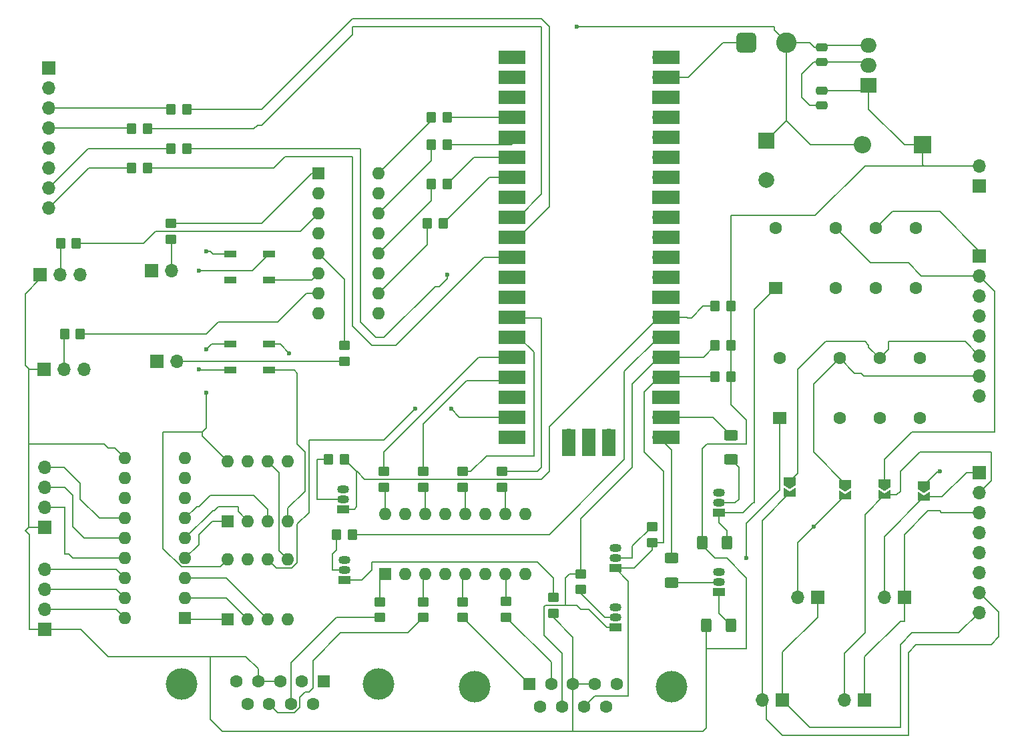
<source format=gbr>
%TF.GenerationSoftware,KiCad,Pcbnew,8.0.2*%
%TF.CreationDate,2024-05-06T20:09:05+02:00*%
%TF.ProjectId,sNs-Block,734e732d-426c-46f6-936b-2e6b69636164,rev?*%
%TF.SameCoordinates,Original*%
%TF.FileFunction,Copper,L1,Top*%
%TF.FilePolarity,Positive*%
%FSLAX46Y46*%
G04 Gerber Fmt 4.6, Leading zero omitted, Abs format (unit mm)*
G04 Created by KiCad (PCBNEW 8.0.2) date 2024-05-06 20:09:05*
%MOMM*%
%LPD*%
G01*
G04 APERTURE LIST*
G04 Aperture macros list*
%AMRoundRect*
0 Rectangle with rounded corners*
0 $1 Rounding radius*
0 $2 $3 $4 $5 $6 $7 $8 $9 X,Y pos of 4 corners*
0 Add a 4 corners polygon primitive as box body*
4,1,4,$2,$3,$4,$5,$6,$7,$8,$9,$2,$3,0*
0 Add four circle primitives for the rounded corners*
1,1,$1+$1,$2,$3*
1,1,$1+$1,$4,$5*
1,1,$1+$1,$6,$7*
1,1,$1+$1,$8,$9*
0 Add four rect primitives between the rounded corners*
20,1,$1+$1,$2,$3,$4,$5,0*
20,1,$1+$1,$4,$5,$6,$7,0*
20,1,$1+$1,$6,$7,$8,$9,0*
20,1,$1+$1,$8,$9,$2,$3,0*%
%AMFreePoly0*
4,1,6,1.000000,0.000000,0.500000,-0.750000,-0.500000,-0.750000,-0.500000,0.750000,0.500000,0.750000,1.000000,0.000000,1.000000,0.000000,$1*%
%AMFreePoly1*
4,1,6,0.500000,-0.750000,-0.650000,-0.750000,-0.150000,0.000000,-0.650000,0.750000,0.500000,0.750000,0.500000,-0.750000,0.500000,-0.750000,$1*%
G04 Aperture macros list end*
%TA.AperFunction,ComponentPad*%
%ADD10R,2.200000X2.200000*%
%TD*%
%TA.AperFunction,ComponentPad*%
%ADD11O,2.200000X2.200000*%
%TD*%
%TA.AperFunction,ComponentPad*%
%ADD12R,2.000000X2.000000*%
%TD*%
%TA.AperFunction,ComponentPad*%
%ADD13C,2.000000*%
%TD*%
%TA.AperFunction,SMDPad,CuDef*%
%ADD14RoundRect,0.250000X-0.475000X0.250000X-0.475000X-0.250000X0.475000X-0.250000X0.475000X0.250000X0*%
%TD*%
%TA.AperFunction,ComponentPad*%
%ADD15R,1.700000X1.700000*%
%TD*%
%TA.AperFunction,ComponentPad*%
%ADD16O,1.700000X1.700000*%
%TD*%
%TA.AperFunction,ComponentPad*%
%ADD17R,1.500000X1.050000*%
%TD*%
%TA.AperFunction,ComponentPad*%
%ADD18O,1.500000X1.050000*%
%TD*%
%TA.AperFunction,SMDPad,CuDef*%
%ADD19RoundRect,0.250000X0.350000X0.450000X-0.350000X0.450000X-0.350000X-0.450000X0.350000X-0.450000X0*%
%TD*%
%TA.AperFunction,SMDPad,CuDef*%
%ADD20RoundRect,0.250000X-0.400000X-0.625000X0.400000X-0.625000X0.400000X0.625000X-0.400000X0.625000X0*%
%TD*%
%TA.AperFunction,SMDPad,CuDef*%
%ADD21RoundRect,0.250000X0.450000X-0.350000X0.450000X0.350000X-0.450000X0.350000X-0.450000X-0.350000X0*%
%TD*%
%TA.AperFunction,SMDPad,CuDef*%
%ADD22FreePoly0,270.000000*%
%TD*%
%TA.AperFunction,SMDPad,CuDef*%
%ADD23FreePoly1,270.000000*%
%TD*%
%TA.AperFunction,SMDPad,CuDef*%
%ADD24RoundRect,0.250000X-0.350000X-0.450000X0.350000X-0.450000X0.350000X0.450000X-0.350000X0.450000X0*%
%TD*%
%TA.AperFunction,ComponentPad*%
%ADD25R,1.600000X1.600000*%
%TD*%
%TA.AperFunction,ComponentPad*%
%ADD26O,1.600000X1.600000*%
%TD*%
%TA.AperFunction,SMDPad,CuDef*%
%ADD27R,3.500000X1.700000*%
%TD*%
%TA.AperFunction,SMDPad,CuDef*%
%ADD28R,1.700000X3.500000*%
%TD*%
%TA.AperFunction,SMDPad,CuDef*%
%ADD29R,1.500000X0.900000*%
%TD*%
%TA.AperFunction,ComponentPad*%
%ADD30C,1.600000*%
%TD*%
%TA.AperFunction,ComponentPad*%
%ADD31R,1.800000X1.600000*%
%TD*%
%TA.AperFunction,ComponentPad*%
%ADD32C,4.000000*%
%TD*%
%TA.AperFunction,ComponentPad*%
%ADD33RoundRect,0.650000X-0.650000X-0.650000X0.650000X-0.650000X0.650000X0.650000X-0.650000X0.650000X0*%
%TD*%
%TA.AperFunction,ComponentPad*%
%ADD34C,2.600000*%
%TD*%
%TA.AperFunction,SMDPad,CuDef*%
%ADD35RoundRect,0.250000X-0.450000X0.350000X-0.450000X-0.350000X0.450000X-0.350000X0.450000X0.350000X0*%
%TD*%
%TA.AperFunction,SMDPad,CuDef*%
%ADD36RoundRect,0.250000X0.625000X-0.400000X0.625000X0.400000X-0.625000X0.400000X-0.625000X-0.400000X0*%
%TD*%
%TA.AperFunction,ComponentPad*%
%ADD37R,2.000000X1.905000*%
%TD*%
%TA.AperFunction,ComponentPad*%
%ADD38O,2.000000X1.905000*%
%TD*%
%TA.AperFunction,ViaPad*%
%ADD39C,0.600000*%
%TD*%
%TA.AperFunction,Conductor*%
%ADD40C,0.200000*%
%TD*%
G04 APERTURE END LIST*
D10*
%TO.P,D3,1,K*%
%TO.N,+12V*%
X191310000Y-32000000D03*
D11*
%TO.P,D3,2,A*%
%TO.N,+5V*%
X183690000Y-32000000D03*
%TD*%
D12*
%TO.P,C3,1*%
%TO.N,+5V*%
X171500000Y-31500000D03*
D13*
%TO.P,C3,2*%
%TO.N,GND*%
X171500000Y-36500000D03*
%TD*%
D14*
%TO.P,C2,1*%
%TO.N,+5V*%
X178500000Y-19600000D03*
%TO.P,C2,2*%
%TO.N,GND*%
X178500000Y-21500000D03*
%TD*%
%TO.P,C1,1*%
%TO.N,+12V*%
X178500000Y-25100000D03*
%TO.P,C1,2*%
%TO.N,GND*%
X178500000Y-27000000D03*
%TD*%
D15*
%TO.P,J17,1,Pin_1*%
%TO.N,Net-(J16-Pin_1)*%
X173540000Y-102500000D03*
D16*
%TO.P,J17,2,Pin_2*%
%TO.N,Net-(J17-Pin_2)*%
X171000000Y-102500000D03*
%TD*%
D17*
%TO.P,Q2,1,C*%
%TO.N,Net-(Q2-C)*%
X165500000Y-88770000D03*
D18*
%TO.P,Q2,2,B*%
%TO.N,Net-(Q2-B)*%
X165500000Y-87500000D03*
%TO.P,Q2,3,E*%
%TO.N,GND*%
X165500000Y-86230000D03*
%TD*%
D19*
%TO.P,R24,1*%
%TO.N,+12V*%
X167000000Y-52500000D03*
%TO.P,R24,2*%
%TO.N,FF Nord Tx*%
X165000000Y-52500000D03*
%TD*%
D20*
%TO.P,R26,1*%
%TO.N,+12V*%
X163400000Y-82500000D03*
%TO.P,R26,2*%
%TO.N,Net-(Q1-C)*%
X166500000Y-82500000D03*
%TD*%
D19*
%TO.P,R20,1*%
%TO.N,+12V*%
X167000000Y-57500000D03*
%TO.P,R20,2*%
%TO.N,FF S\u00FCd Tx*%
X165000000Y-57500000D03*
%TD*%
D15*
%TO.P,J9,1,Pin_1*%
%TO.N,+12V*%
X79420000Y-48500000D03*
D16*
%TO.P,J9,2,Pin_2*%
%TO.N,Net-(J9-Pin_2)*%
X81960000Y-48500000D03*
%TO.P,J9,3,Pin_3*%
%TO.N,GND*%
X84500000Y-48500000D03*
%TD*%
D21*
%TO.P,R10,1*%
%TO.N,Net-(J1-Pad8)*%
X128000000Y-92050000D03*
%TO.P,R10,2*%
%TO.N,Net-(R10-Pad2)*%
X128000000Y-90050000D03*
%TD*%
D22*
%TO.P,JP4,1,A*%
%TO.N,Net-(J6-Pin_7)*%
X181500000Y-75050000D03*
D23*
%TO.P,JP4,2,B*%
%TO.N,Net-(J16-Pin_2)*%
X181500000Y-76500000D03*
%TD*%
D15*
%TO.P,J8,1,Pin_1*%
%TO.N,GND*%
X93500000Y-48000000D03*
D16*
%TO.P,J8,2,Pin_2*%
%TO.N,Net-(J8-Pin_2)*%
X96040000Y-48000000D03*
%TD*%
D21*
%TO.P,R9,1*%
%TO.N,Net-(J1-Pad7)*%
X122500000Y-92050000D03*
%TO.P,R9,2*%
%TO.N,Net-(R9-Pad2)*%
X122500000Y-90050000D03*
%TD*%
%TO.P,R14,1*%
%TO.N,Net-(R14-Pad1)*%
X128000000Y-75500000D03*
%TO.P,R14,2*%
%TO.N,FM_S\u00FCd_Rx*%
X128000000Y-73500000D03*
%TD*%
D24*
%TO.P,R5,1*%
%TO.N,Net-(R5-Pad1)*%
X129000000Y-28500000D03*
%TO.P,R5,2*%
%TO.N,/Reed Nord*%
X131000000Y-28500000D03*
%TD*%
D19*
%TO.P,R29,1*%
%TO.N,/S Nord*%
X98000000Y-27500000D03*
%TO.P,R29,2*%
%TO.N,Net-(J3-Pin_3)*%
X96000000Y-27500000D03*
%TD*%
D24*
%TO.P,R8,1*%
%TO.N,Net-(R8-Pad1)*%
X128500000Y-42000000D03*
%TO.P,R8,2*%
%TO.N,/RLT S\u00FCd*%
X130500000Y-42000000D03*
%TD*%
D19*
%TO.P,R32,1*%
%TO.N,/T S\u00FCd*%
X93000000Y-35000000D03*
%TO.P,R32,2*%
%TO.N,Net-(J3-Pin_8)*%
X91000000Y-35000000D03*
%TD*%
D25*
%TO.P,U1,1*%
%TO.N,Net-(R1-Pad2)*%
X114700000Y-35625000D03*
D26*
%TO.P,U1,2*%
%TO.N,GND*%
X114700000Y-38165000D03*
%TO.P,U1,3*%
%TO.N,Net-(R2-Pad2)*%
X114700000Y-40705000D03*
%TO.P,U1,4*%
%TO.N,GND*%
X114700000Y-43245000D03*
%TO.P,U1,5*%
%TO.N,Net-(R3-Pad2)*%
X114700000Y-45785000D03*
%TO.P,U1,6*%
%TO.N,GND*%
X114700000Y-48325000D03*
%TO.P,U1,7*%
%TO.N,Net-(R4-Pad2)*%
X114700000Y-50865000D03*
%TO.P,U1,8*%
%TO.N,GND*%
X114700000Y-53405000D03*
%TO.P,U1,9*%
X122320000Y-53405000D03*
%TO.P,U1,10*%
%TO.N,Net-(R8-Pad1)*%
X122320000Y-50865000D03*
%TO.P,U1,11*%
%TO.N,GND*%
X122320000Y-48325000D03*
%TO.P,U1,12*%
%TO.N,Net-(R7-Pad1)*%
X122320000Y-45785000D03*
%TO.P,U1,13*%
%TO.N,GND*%
X122320000Y-43245000D03*
%TO.P,U1,14*%
%TO.N,Net-(R6-Pad1)*%
X122320000Y-40705000D03*
%TO.P,U1,15*%
%TO.N,GND*%
X122320000Y-38165000D03*
%TO.P,U1,16*%
%TO.N,Net-(R5-Pad1)*%
X122320000Y-35625000D03*
%TD*%
D17*
%TO.P,Q7,1,C*%
%TO.N,FM S\u00FCd Tx*%
X152360000Y-85770000D03*
D18*
%TO.P,Q7,2,B*%
%TO.N,Net-(Q7-B)*%
X152360000Y-84500000D03*
%TO.P,Q7,3,E*%
%TO.N,GND*%
X152360000Y-83230000D03*
%TD*%
D21*
%TO.P,R11,1*%
%TO.N,Net-(J2-Pad1)*%
X133000000Y-92050000D03*
%TO.P,R11,2*%
%TO.N,Net-(R11-Pad2)*%
X133000000Y-90050000D03*
%TD*%
D15*
%TO.P,J13,1,Pin_1*%
%TO.N,+12V*%
X80000000Y-80580000D03*
D16*
%TO.P,J13,2,Pin_2*%
%TO.N,Net-(J13-Pin_2)*%
X80000000Y-78040000D03*
%TO.P,J13,3,Pin_3*%
%TO.N,Net-(J13-Pin_3)*%
X80000000Y-75500000D03*
%TO.P,J13,4,Pin_4*%
%TO.N,Net-(J13-Pin_4)*%
X80000000Y-72960000D03*
%TD*%
D25*
%TO.P,U5,1,OUTR*%
%TO.N,Net-(U5-OUTR)*%
X103200000Y-79800000D03*
D26*
%TO.P,U5,2,OUTG*%
%TO.N,Net-(U5-OUTG)*%
X105740000Y-79800000D03*
%TO.P,U5,3,OUTB*%
%TO.N,Net-(U5-OUTB)*%
X108280000Y-79800000D03*
%TO.P,U5,4,GND*%
%TO.N,GND*%
X110820000Y-79800000D03*
%TO.P,U5,5,DO*%
%TO.N,Net-(D2-DIN)*%
X110820000Y-72180000D03*
%TO.P,U5,6,DIN*%
%TO.N,Net-(U4-DO)*%
X108280000Y-72180000D03*
%TO.P,U5,7,SET*%
%TO.N,unconnected-(U5-SET-Pad7)*%
X105740000Y-72180000D03*
%TO.P,U5,8,VDD*%
%TO.N,+5V*%
X103200000Y-72180000D03*
%TD*%
D17*
%TO.P,Q1,1,C*%
%TO.N,Net-(Q1-C)*%
X165500000Y-78770000D03*
D18*
%TO.P,Q1,2,B*%
%TO.N,Net-(Q1-B)*%
X165500000Y-77500000D03*
%TO.P,Q1,3,E*%
%TO.N,GND*%
X165500000Y-76230000D03*
%TD*%
D25*
%TO.P,U4,1,OUTR*%
%TO.N,Net-(U4-OUTR)*%
X103200000Y-92300000D03*
D26*
%TO.P,U4,2,OUTG*%
%TO.N,Net-(U4-OUTG)*%
X105740000Y-92300000D03*
%TO.P,U4,3,OUTB*%
%TO.N,Net-(U4-OUTB)*%
X108280000Y-92300000D03*
%TO.P,U4,4,GND*%
%TO.N,GND*%
X110820000Y-92300000D03*
%TO.P,U4,5,DO*%
%TO.N,Net-(U4-DO)*%
X110820000Y-84680000D03*
%TO.P,U4,6,DIN*%
%TO.N,/LED-Pin*%
X108280000Y-84680000D03*
%TO.P,U4,7,SET*%
%TO.N,unconnected-(U4-SET-Pad7)*%
X105740000Y-84680000D03*
%TO.P,U4,8,VDD*%
%TO.N,+5V*%
X103200000Y-84680000D03*
%TD*%
D22*
%TO.P,JP1,1,A*%
%TO.N,Net-(J6-Pin_1)*%
X191500000Y-75275000D03*
D23*
%TO.P,JP1,2,B*%
%TO.N,Net-(J15-Pin_2)*%
X191500000Y-76725000D03*
%TD*%
D24*
%TO.P,R4,1*%
%TO.N,Net-(J11-Pin_2)*%
X82500000Y-56000000D03*
%TO.P,R4,2*%
%TO.N,Net-(R4-Pad2)*%
X84500000Y-56000000D03*
%TD*%
D17*
%TO.P,Q5,1,C*%
%TO.N,/Block Kommunikation/FM Nord Tx*%
X118000000Y-87270000D03*
D18*
%TO.P,Q5,2,B*%
%TO.N,Net-(Q5-B)*%
X118000000Y-86000000D03*
%TO.P,Q5,3,E*%
%TO.N,GND*%
X118000000Y-84730000D03*
%TD*%
D15*
%TO.P,J14,1,Pin_1*%
%TO.N,Net-(J14-Pin_1)*%
X183960000Y-102500000D03*
D16*
%TO.P,J14,2,Pin_2*%
%TO.N,Net-(J14-Pin_2)*%
X181420000Y-102500000D03*
%TD*%
D24*
%TO.P,R7,1*%
%TO.N,Net-(R7-Pad1)*%
X129000000Y-37000000D03*
%TO.P,R7,2*%
%TO.N,/Reed S\u00FCd*%
X131000000Y-37000000D03*
%TD*%
D15*
%TO.P,J6,1,Pin_1*%
%TO.N,Net-(J6-Pin_1)*%
X198525000Y-46125000D03*
D16*
%TO.P,J6,2,Pin_2*%
%TO.N,Net-(J6-Pin_2)*%
X198525000Y-48665000D03*
%TO.P,J6,3,Pin_3*%
%TO.N,unconnected-(J6-Pin_3-Pad3)*%
X198525000Y-51205000D03*
%TO.P,J6,4,Pin_4*%
%TO.N,unconnected-(J6-Pin_4-Pad4)*%
X198525000Y-53745000D03*
%TO.P,J6,5,Pin_5*%
%TO.N,unconnected-(J6-Pin_5-Pad5)*%
X198525000Y-56285000D03*
%TO.P,J6,6,Pin_6*%
%TO.N,Net-(J6-Pin_6)*%
X198525000Y-58825000D03*
%TO.P,J6,7,Pin_7*%
%TO.N,Net-(J6-Pin_7)*%
X198525000Y-61365000D03*
%TO.P,J6,8,Pin_8*%
%TO.N,unconnected-(J6-Pin_8-Pad8)*%
X198525000Y-63905000D03*
%TD*%
D19*
%TO.P,R31,1*%
%TO.N,/S S\u00FCd*%
X98000000Y-32500000D03*
%TO.P,R31,2*%
%TO.N,Net-(J3-Pin_7)*%
X96000000Y-32500000D03*
%TD*%
D15*
%TO.P,J7,1,Pin_1*%
%TO.N,Net-(J15-Pin_2)*%
X198525000Y-73625000D03*
D16*
%TO.P,J7,2,Pin_2*%
%TO.N,Net-(J14-Pin_2)*%
X198525000Y-76165000D03*
%TO.P,J7,3,Pin_3*%
%TO.N,Net-(J14-Pin_1)*%
X198525000Y-78705000D03*
%TO.P,J7,4,Pin_4*%
%TO.N,unconnected-(J7-Pin_4-Pad4)*%
X198525000Y-81245000D03*
%TO.P,J7,5,Pin_5*%
%TO.N,unconnected-(J7-Pin_5-Pad5)*%
X198525000Y-83785000D03*
%TO.P,J7,6,Pin_6*%
%TO.N,Net-(J16-Pin_2)*%
X198525000Y-86325000D03*
%TO.P,J7,7,Pin_7*%
%TO.N,Net-(J17-Pin_2)*%
X198525000Y-88865000D03*
%TO.P,J7,8,Pin_8*%
%TO.N,Net-(J16-Pin_1)*%
X198525000Y-91405000D03*
%TD*%
%TO.P,U2,1,GPIO0*%
%TO.N,unconnected-(U2-GPIO0-Pad1)*%
X140110000Y-20870000D03*
D27*
X139210000Y-20870000D03*
D16*
%TO.P,U2,2,GPIO1*%
%TO.N,unconnected-(U2-GPIO1-Pad2)*%
X140110000Y-23410000D03*
D27*
X139210000Y-23410000D03*
D15*
%TO.P,U2,3,GND*%
%TO.N,GND*%
X140110000Y-25950000D03*
D27*
X139210000Y-25950000D03*
D16*
%TO.P,U2,4,GPIO2*%
%TO.N,/Reed Nord*%
X140110000Y-28490000D03*
D27*
X139210000Y-28490000D03*
D16*
%TO.P,U2,5,GPIO3*%
%TO.N,/RLT Nord*%
X140110000Y-31030000D03*
D27*
X139210000Y-31030000D03*
D16*
%TO.P,U2,6,GPIO4*%
%TO.N,/Reed S\u00FCd*%
X140110000Y-33570000D03*
D27*
X139210000Y-33570000D03*
D16*
%TO.P,U2,7,GPIO5*%
%TO.N,/RLT S\u00FCd*%
X140110000Y-36110000D03*
D27*
X139210000Y-36110000D03*
D15*
%TO.P,U2,8,GND*%
%TO.N,GND*%
X140110000Y-38650000D03*
D27*
X139210000Y-38650000D03*
D16*
%TO.P,U2,9,GPIO6*%
%TO.N,/T Nord*%
X140110000Y-41190000D03*
D27*
X139210000Y-41190000D03*
D16*
%TO.P,U2,10,GPIO7*%
%TO.N,/S Nord*%
X140110000Y-43730000D03*
D27*
X139210000Y-43730000D03*
D16*
%TO.P,U2,11,GPIO8*%
%TO.N,/T S\u00FCd*%
X140110000Y-46270000D03*
D27*
X139210000Y-46270000D03*
D16*
%TO.P,U2,12,GPIO9*%
%TO.N,/S S\u00FCd*%
X140110000Y-48810000D03*
D27*
X139210000Y-48810000D03*
D15*
%TO.P,U2,13,GND*%
%TO.N,GND*%
X140110000Y-51350000D03*
D27*
X139210000Y-51350000D03*
D16*
%TO.P,U2,14,GPIO10*%
%TO.N,FF Nord Rx*%
X140110000Y-53890000D03*
D27*
X139210000Y-53890000D03*
D16*
%TO.P,U2,15,GPIO11*%
%TO.N,FM_Nord_Rx*%
X140110000Y-56430000D03*
D27*
X139210000Y-56430000D03*
D16*
%TO.P,U2,16,GPIO12*%
%TO.N,FF_S\u00FCd_Rx*%
X140110000Y-58970000D03*
D27*
X139210000Y-58970000D03*
D16*
%TO.P,U2,17,GPIO13*%
%TO.N,FM_S\u00FCd_Rx*%
X140110000Y-61510000D03*
D27*
X139210000Y-61510000D03*
D15*
%TO.P,U2,18,GND*%
%TO.N,GND*%
X140110000Y-64050000D03*
D27*
X139210000Y-64050000D03*
D16*
%TO.P,U2,19,GPIO14*%
%TO.N,/LED-Pin*%
X140110000Y-66590000D03*
D27*
X139210000Y-66590000D03*
D16*
%TO.P,U2,20,GPIO15*%
%TO.N,unconnected-(U2-GPIO15-Pad20)*%
X140110000Y-69130000D03*
D27*
X139210000Y-69130000D03*
D16*
%TO.P,U2,21,GPIO16*%
%TO.N,Fahrstrom S\u00FCd*%
X157890000Y-69130000D03*
D27*
X158790000Y-69130000D03*
D16*
%TO.P,U2,22,GPIO17*%
%TO.N,Fahrstrom Nord*%
X157890000Y-66590000D03*
D27*
X158790000Y-66590000D03*
D15*
%TO.P,U2,23,GND*%
%TO.N,GND*%
X157890000Y-64050000D03*
D27*
X158790000Y-64050000D03*
D16*
%TO.P,U2,24,GPIO18*%
%TO.N,FM S\u00FCd Tx*%
X157890000Y-61510000D03*
D27*
X158790000Y-61510000D03*
D16*
%TO.P,U2,25,GPIO19*%
%TO.N,FF S\u00FCd Tx*%
X157890000Y-58970000D03*
D27*
X158790000Y-58970000D03*
D16*
%TO.P,U2,26,GPIO20*%
%TO.N,FM Nord TX*%
X157890000Y-56430000D03*
D27*
X158790000Y-56430000D03*
D16*
%TO.P,U2,27,GPIO21*%
%TO.N,FF Nord Tx*%
X157890000Y-53890000D03*
D27*
X158790000Y-53890000D03*
D15*
%TO.P,U2,28,GND*%
%TO.N,GND*%
X157890000Y-51350000D03*
D27*
X158790000Y-51350000D03*
D16*
%TO.P,U2,29,GPIO22*%
%TO.N,unconnected-(U2-GPIO22-Pad29)*%
X157890000Y-48810000D03*
D27*
X158790000Y-48810000D03*
D16*
%TO.P,U2,30,RUN*%
%TO.N,unconnected-(U2-RUN-Pad30)*%
X157890000Y-46270000D03*
D27*
X158790000Y-46270000D03*
D16*
%TO.P,U2,31,GPIO26_ADC0*%
%TO.N,unconnected-(U2-GPIO26_ADC0-Pad31)*%
X157890000Y-43730000D03*
D27*
X158790000Y-43730000D03*
D16*
%TO.P,U2,32,GPIO27_ADC1*%
%TO.N,unconnected-(U2-GPIO27_ADC1-Pad32)*%
X157890000Y-41190000D03*
D27*
X158790000Y-41190000D03*
D15*
%TO.P,U2,33,AGND*%
%TO.N,GND*%
X157890000Y-38650000D03*
D27*
X158790000Y-38650000D03*
D16*
%TO.P,U2,34,GPIO28_ADC2*%
%TO.N,unconnected-(U2-GPIO28_ADC2-Pad34)*%
X157890000Y-36110000D03*
D27*
X158790000Y-36110000D03*
D16*
%TO.P,U2,35,ADC_VREF*%
%TO.N,unconnected-(U2-ADC_VREF-Pad35)*%
X157890000Y-33570000D03*
D27*
X158790000Y-33570000D03*
D16*
%TO.P,U2,36,3V3*%
%TO.N,unconnected-(U2-3V3-Pad36)*%
X157890000Y-31030000D03*
D27*
X158790000Y-31030000D03*
D16*
%TO.P,U2,37,3V3_EN*%
%TO.N,unconnected-(U2-3V3_EN-Pad37)*%
X157890000Y-28490000D03*
D27*
X158790000Y-28490000D03*
D15*
%TO.P,U2,38,GND*%
%TO.N,GND*%
X157890000Y-25950000D03*
D27*
X158790000Y-25950000D03*
D16*
%TO.P,U2,39,VSYS*%
%TO.N,Net-(JP5-A)*%
X157890000Y-23410000D03*
D27*
X158790000Y-23410000D03*
D16*
%TO.P,U2,40,VBUS*%
%TO.N,unconnected-(U2-VBUS-Pad40)*%
X157890000Y-20870000D03*
D27*
X158790000Y-20870000D03*
D16*
%TO.P,U2,41,SWCLK*%
%TO.N,unconnected-(U2-SWCLK-Pad41)*%
X146460000Y-68900000D03*
D28*
X146460000Y-69800000D03*
D15*
%TO.P,U2,42,GND*%
%TO.N,unconnected-(U2-GND-Pad42)*%
X149000000Y-68900000D03*
D28*
X149000000Y-69800000D03*
D16*
%TO.P,U2,43,SWDIO*%
%TO.N,unconnected-(U2-SWDIO-Pad43)*%
X151540000Y-68900000D03*
D28*
X151540000Y-69800000D03*
%TD*%
D25*
%TO.P,U3,1*%
%TO.N,Net-(R9-Pad2)*%
X123125000Y-86500000D03*
D26*
%TO.P,U3,2*%
%TO.N,GND*%
X125665000Y-86500000D03*
%TO.P,U3,3*%
%TO.N,Net-(R10-Pad2)*%
X128205000Y-86500000D03*
%TO.P,U3,4*%
%TO.N,GND*%
X130745000Y-86500000D03*
%TO.P,U3,5*%
%TO.N,Net-(R11-Pad2)*%
X133285000Y-86500000D03*
%TO.P,U3,6*%
%TO.N,GND*%
X135825000Y-86500000D03*
%TO.P,U3,7*%
%TO.N,Net-(R12-Pad2)*%
X138365000Y-86500000D03*
%TO.P,U3,8*%
%TO.N,GND*%
X140905000Y-86500000D03*
%TO.P,U3,9*%
X140905000Y-78880000D03*
%TO.P,U3,10*%
%TO.N,Net-(R16-Pad1)*%
X138365000Y-78880000D03*
%TO.P,U3,11*%
%TO.N,GND*%
X135825000Y-78880000D03*
%TO.P,U3,12*%
%TO.N,Net-(R15-Pad1)*%
X133285000Y-78880000D03*
%TO.P,U3,13*%
%TO.N,GND*%
X130745000Y-78880000D03*
%TO.P,U3,14*%
%TO.N,Net-(R14-Pad1)*%
X128205000Y-78880000D03*
%TO.P,U3,15*%
%TO.N,GND*%
X125665000Y-78880000D03*
%TO.P,U3,16*%
%TO.N,Net-(R13-Pad1)*%
X123125000Y-78880000D03*
%TD*%
D29*
%TO.P,D1,1,VDD*%
%TO.N,+5V*%
X103550000Y-45850000D03*
%TO.P,D1,2,DOUT*%
%TO.N,unconnected-(D1-DOUT-Pad2)*%
X103550000Y-49150000D03*
%TO.P,D1,3,VSS*%
%TO.N,GND*%
X108450000Y-49150000D03*
%TO.P,D1,4,DIN*%
%TO.N,Net-(D1-DIN)*%
X108450000Y-45850000D03*
%TD*%
D21*
%TO.P,R19,1*%
%TO.N,Net-(Q6-B)*%
X148000000Y-88500000D03*
%TO.P,R19,2*%
%TO.N,FF S\u00FCd Tx*%
X148000000Y-86500000D03*
%TD*%
D15*
%TO.P,J12,1,Pin_1*%
%TO.N,+12V*%
X80000000Y-93540000D03*
D16*
%TO.P,J12,2,Pin_2*%
%TO.N,Net-(J12-Pin_2)*%
X80000000Y-91000000D03*
%TO.P,J12,3,Pin_3*%
%TO.N,Net-(J12-Pin_3)*%
X80000000Y-88460000D03*
%TO.P,J12,4,Pin_4*%
%TO.N,Net-(J12-Pin_4)*%
X80000000Y-85920000D03*
%TD*%
D30*
%TO.P,K2,11*%
%TO.N,unconnected-(K2-Pad11)*%
X180802500Y-66737500D03*
%TO.P,K2,12*%
%TO.N,unconnected-(K2-Pad12)*%
X185882500Y-66737500D03*
%TO.P,K2,14*%
%TO.N,unconnected-(K2-Pad14)*%
X190962500Y-66737500D03*
%TO.P,K2,21*%
%TO.N,Net-(J6-Pin_7)*%
X180802500Y-59117500D03*
%TO.P,K2,22*%
%TO.N,Net-(J6-Pin_6)*%
X185882500Y-59117500D03*
%TO.P,K2,24*%
%TO.N,unconnected-(K2-Pad24)*%
X190962500Y-59117500D03*
D31*
%TO.P,K2,A1*%
%TO.N,Net-(Q2-C)*%
X173182500Y-66737500D03*
D30*
%TO.P,K2,A2*%
%TO.N,GND*%
X173182500Y-59117500D03*
%TD*%
D32*
%TO.P,J1,0,PAD*%
%TO.N,unconnected-(J1-PAD-Pad0)*%
X97345000Y-100460000D03*
X122345000Y-100460000D03*
D25*
%TO.P,J1,1,1*%
%TO.N,/Block Kommunikation/FM Nord Tx*%
X115385000Y-100160000D03*
D30*
%TO.P,J1,2,2*%
%TO.N,FF Nord Tx*%
X112615000Y-100160000D03*
%TO.P,J1,3,3*%
%TO.N,+12V*%
X109845000Y-100160000D03*
%TO.P,J1,4,4*%
X107075000Y-100160000D03*
%TO.P,J1,5,5*%
%TO.N,GND*%
X104305000Y-100160000D03*
%TO.P,J1,6,6*%
X114000000Y-103000000D03*
%TO.P,J1,7,7*%
%TO.N,Net-(J1-Pad7)*%
X111230000Y-103000000D03*
%TO.P,J1,8,8*%
%TO.N,Net-(J1-Pad8)*%
X108460000Y-103000000D03*
%TO.P,J1,9,9*%
%TO.N,unconnected-(J1-Pad9)*%
X105690000Y-103000000D03*
%TD*%
D29*
%TO.P,D2,1,VDD*%
%TO.N,+5V*%
X103550000Y-57350000D03*
%TO.P,D2,2,DOUT*%
%TO.N,Net-(D1-DIN)*%
X103550000Y-60650000D03*
%TO.P,D2,3,VSS*%
%TO.N,GND*%
X108450000Y-60650000D03*
%TO.P,D2,4,DIN*%
%TO.N,Net-(D2-DIN)*%
X108450000Y-57350000D03*
%TD*%
D21*
%TO.P,R3,1*%
%TO.N,Net-(J10-Pin_2)*%
X118000000Y-59500000D03*
%TO.P,R3,2*%
%TO.N,Net-(R3-Pad2)*%
X118000000Y-57500000D03*
%TD*%
%TO.P,R13,1*%
%TO.N,Net-(R13-Pad1)*%
X123000000Y-75500000D03*
%TO.P,R13,2*%
%TO.N,FF_S\u00FCd_Rx*%
X123000000Y-73500000D03*
%TD*%
%TO.P,R18,1*%
%TO.N,+12V*%
X144500000Y-91500000D03*
%TO.P,R18,2*%
%TO.N,/Block Kommunikation/FM Nord Tx*%
X144500000Y-89500000D03*
%TD*%
D17*
%TO.P,Q8,1,C*%
%TO.N,FF Nord Tx*%
X117860000Y-78270000D03*
D18*
%TO.P,Q8,2,B*%
%TO.N,Net-(Q8-B)*%
X117860000Y-77000000D03*
%TO.P,Q8,3,E*%
%TO.N,GND*%
X117860000Y-75730000D03*
%TD*%
D21*
%TO.P,R12,1*%
%TO.N,Net-(J2-Pad2)*%
X138500000Y-92000000D03*
%TO.P,R12,2*%
%TO.N,Net-(R12-Pad2)*%
X138500000Y-90000000D03*
%TD*%
D17*
%TO.P,Q6,1,C*%
%TO.N,FF S\u00FCd Tx*%
X152360000Y-93270000D03*
D18*
%TO.P,Q6,2,B*%
%TO.N,Net-(Q6-B)*%
X152360000Y-92000000D03*
%TO.P,Q6,3,E*%
%TO.N,GND*%
X152360000Y-90730000D03*
%TD*%
D15*
%TO.P,J16,1,Pin_1*%
%TO.N,Net-(J16-Pin_1)*%
X178000000Y-89500000D03*
D16*
%TO.P,J16,2,Pin_2*%
%TO.N,Net-(J16-Pin_2)*%
X175460000Y-89500000D03*
%TD*%
D33*
%TO.P,JP5,1,A*%
%TO.N,Net-(JP5-A)*%
X168960000Y-19000000D03*
D34*
%TO.P,JP5,2,B*%
%TO.N,+5V*%
X174040000Y-19000000D03*
%TD*%
D35*
%TO.P,R21,1*%
%TO.N,Net-(Q7-B)*%
X157000000Y-80500000D03*
%TO.P,R21,2*%
%TO.N,FM S\u00FCd Tx*%
X157000000Y-82500000D03*
%TD*%
D36*
%TO.P,R27,1*%
%TO.N,Net-(Q2-B)*%
X159500000Y-87600000D03*
%TO.P,R27,2*%
%TO.N,Fahrstrom S\u00FCd*%
X159500000Y-84500000D03*
%TD*%
D15*
%TO.P,J11,1,Pin_1*%
%TO.N,+12V*%
X79920000Y-60500000D03*
D16*
%TO.P,J11,2,Pin_2*%
%TO.N,Net-(J11-Pin_2)*%
X82460000Y-60500000D03*
%TO.P,J11,3,Pin_3*%
%TO.N,GND*%
X85000000Y-60500000D03*
%TD*%
D15*
%TO.P,J10,1,Pin_1*%
%TO.N,GND*%
X94225000Y-59500000D03*
D16*
%TO.P,J10,2,Pin_2*%
%TO.N,Net-(J10-Pin_2)*%
X96765000Y-59500000D03*
%TD*%
D24*
%TO.P,R6,1*%
%TO.N,Net-(R6-Pad1)*%
X129000000Y-32000000D03*
%TO.P,R6,2*%
%TO.N,/RLT Nord*%
X131000000Y-32000000D03*
%TD*%
D30*
%TO.P,K1,11*%
%TO.N,unconnected-(K1-Pad11)*%
X180302500Y-50237500D03*
%TO.P,K1,12*%
%TO.N,unconnected-(K1-Pad12)*%
X185382500Y-50237500D03*
%TO.P,K1,14*%
%TO.N,unconnected-(K1-Pad14)*%
X190462500Y-50237500D03*
%TO.P,K1,21*%
%TO.N,Net-(J6-Pin_2)*%
X180302500Y-42617500D03*
%TO.P,K1,22*%
%TO.N,Net-(J6-Pin_1)*%
X185382500Y-42617500D03*
%TO.P,K1,24*%
%TO.N,unconnected-(K1-Pad24)*%
X190462500Y-42617500D03*
D31*
%TO.P,K1,A1*%
%TO.N,Net-(Q1-C)*%
X172682500Y-50237500D03*
D30*
%TO.P,K1,A2*%
%TO.N,GND*%
X172682500Y-42617500D03*
%TD*%
D15*
%TO.P,J15,1,Pin_1*%
%TO.N,Net-(J14-Pin_1)*%
X189000000Y-89500000D03*
D16*
%TO.P,J15,2,Pin_2*%
%TO.N,Net-(J15-Pin_2)*%
X186460000Y-89500000D03*
%TD*%
D20*
%TO.P,R28,1*%
%TO.N,+12V*%
X163900000Y-93000000D03*
%TO.P,R28,2*%
%TO.N,Net-(Q2-C)*%
X167000000Y-93000000D03*
%TD*%
D37*
%TO.P,U7,1,VI*%
%TO.N,+12V*%
X184500000Y-24500000D03*
D38*
%TO.P,U7,2,GND*%
%TO.N,GND*%
X184500000Y-21960000D03*
%TO.P,U7,3,VO*%
%TO.N,+5V*%
X184500000Y-19420000D03*
%TD*%
D19*
%TO.P,R22,1*%
%TO.N,+12V*%
X167000000Y-61500000D03*
%TO.P,R22,2*%
%TO.N,FM S\u00FCd Tx*%
X165000000Y-61500000D03*
%TD*%
D22*
%TO.P,JP2,1,A*%
%TO.N,Net-(J6-Pin_2)*%
X186500000Y-75000000D03*
D23*
%TO.P,JP2,2,B*%
%TO.N,Net-(J14-Pin_2)*%
X186500000Y-76450000D03*
%TD*%
D24*
%TO.P,R17,1*%
%TO.N,Net-(Q5-B)*%
X117000000Y-81500000D03*
%TO.P,R17,2*%
%TO.N,FM Nord TX*%
X119000000Y-81500000D03*
%TD*%
D25*
%TO.P,U6,1,I1*%
%TO.N,Net-(U4-OUTR)*%
X97800000Y-92150000D03*
D26*
%TO.P,U6,2,I2*%
%TO.N,Net-(U4-OUTG)*%
X97800000Y-89610000D03*
%TO.P,U6,3,I3*%
%TO.N,Net-(U4-OUTB)*%
X97800000Y-87070000D03*
%TO.P,U6,4,I4*%
%TO.N,Net-(U5-OUTR)*%
X97800000Y-84530000D03*
%TO.P,U6,5,I5*%
%TO.N,Net-(U5-OUTG)*%
X97800000Y-81990000D03*
%TO.P,U6,6,I6*%
%TO.N,Net-(U5-OUTB)*%
X97800000Y-79450000D03*
%TO.P,U6,7,I7*%
%TO.N,unconnected-(U6-I7-Pad7)*%
X97800000Y-76910000D03*
%TO.P,U6,8,I8*%
%TO.N,unconnected-(U6-I8-Pad8)*%
X97800000Y-74370000D03*
%TO.P,U6,9,GND*%
%TO.N,GND*%
X97800000Y-71830000D03*
%TO.P,U6,10,COM*%
%TO.N,+12V*%
X90180000Y-71830000D03*
%TO.P,U6,11,O8*%
%TO.N,unconnected-(U6-O8-Pad11)*%
X90180000Y-74370000D03*
%TO.P,U6,12,O7*%
%TO.N,unconnected-(U6-O7-Pad12)*%
X90180000Y-76910000D03*
%TO.P,U6,13,O6*%
%TO.N,Net-(J13-Pin_4)*%
X90180000Y-79450000D03*
%TO.P,U6,14,O5*%
%TO.N,Net-(J13-Pin_3)*%
X90180000Y-81990000D03*
%TO.P,U6,15,O4*%
%TO.N,Net-(J13-Pin_2)*%
X90180000Y-84530000D03*
%TO.P,U6,16,O3*%
%TO.N,Net-(J12-Pin_4)*%
X90180000Y-87070000D03*
%TO.P,U6,17,O2*%
%TO.N,Net-(J12-Pin_3)*%
X90180000Y-89610000D03*
%TO.P,U6,18,O1*%
%TO.N,Net-(J12-Pin_2)*%
X90180000Y-92150000D03*
%TD*%
D15*
%TO.P,J18,1,Pin_1*%
%TO.N,GND*%
X198475000Y-37250000D03*
D16*
%TO.P,J18,2,Pin_2*%
%TO.N,+12V*%
X198475000Y-34710000D03*
%TD*%
D21*
%TO.P,R16,1*%
%TO.N,Net-(R16-Pad1)*%
X138000000Y-75500000D03*
%TO.P,R16,2*%
%TO.N,FF Nord Rx*%
X138000000Y-73500000D03*
%TD*%
D15*
%TO.P,J3,1,Pin_1*%
%TO.N,GND*%
X80500000Y-22260000D03*
D16*
%TO.P,J3,2,Pin_2*%
X80500000Y-24800000D03*
%TO.P,J3,3,Pin_3*%
%TO.N,Net-(J3-Pin_3)*%
X80500000Y-27340000D03*
%TO.P,J3,4,Pin_4*%
%TO.N,Net-(J3-Pin_4)*%
X80500000Y-29880000D03*
%TO.P,J3,5,Pin_5*%
%TO.N,GND*%
X80500000Y-32420000D03*
%TO.P,J3,6,Pin_6*%
X80500000Y-34960000D03*
%TO.P,J3,7,Pin_7*%
%TO.N,Net-(J3-Pin_7)*%
X80500000Y-37500000D03*
%TO.P,J3,8,Pin_8*%
%TO.N,Net-(J3-Pin_8)*%
X80500000Y-40040000D03*
%TD*%
D21*
%TO.P,R15,1*%
%TO.N,Net-(R15-Pad1)*%
X133000000Y-75500000D03*
%TO.P,R15,2*%
%TO.N,FM_Nord_Rx*%
X133000000Y-73500000D03*
%TD*%
D19*
%TO.P,R30,1*%
%TO.N,/T Nord*%
X93000000Y-30000000D03*
%TO.P,R30,2*%
%TO.N,Net-(J3-Pin_4)*%
X91000000Y-30000000D03*
%TD*%
D22*
%TO.P,JP3,1,A*%
%TO.N,Net-(J6-Pin_6)*%
X174500000Y-74775000D03*
D23*
%TO.P,JP3,2,B*%
%TO.N,Net-(J17-Pin_2)*%
X174500000Y-76225000D03*
%TD*%
D32*
%TO.P,J2,0,PAD*%
%TO.N,unconnected-(J2-PAD-Pad0)*%
X134490000Y-100794669D03*
X159490000Y-100794669D03*
D25*
%TO.P,J2,1,1*%
%TO.N,Net-(J2-Pad1)*%
X141450000Y-100494669D03*
D30*
%TO.P,J2,2,2*%
%TO.N,Net-(J2-Pad2)*%
X144220000Y-100494669D03*
%TO.P,J2,3,3*%
%TO.N,+12V*%
X146990000Y-100494669D03*
%TO.P,J2,4,4*%
X149760000Y-100494669D03*
%TO.P,J2,5,5*%
%TO.N,GND*%
X152530000Y-100494669D03*
%TO.P,J2,6,6*%
X142835000Y-103334669D03*
%TO.P,J2,7,7*%
%TO.N,FF S\u00FCd Tx*%
X145605000Y-103334669D03*
%TO.P,J2,8,8*%
%TO.N,FM S\u00FCd Tx*%
X148375000Y-103334669D03*
%TO.P,J2,9,9*%
%TO.N,unconnected-(J2-Pad9)*%
X151145000Y-103334669D03*
%TD*%
D21*
%TO.P,R1,1*%
%TO.N,Net-(J8-Pin_2)*%
X96000000Y-44000000D03*
%TO.P,R1,2*%
%TO.N,Net-(R1-Pad2)*%
X96000000Y-42000000D03*
%TD*%
D24*
%TO.P,R2,1*%
%TO.N,Net-(J9-Pin_2)*%
X82000000Y-44500000D03*
%TO.P,R2,2*%
%TO.N,Net-(R2-Pad2)*%
X84000000Y-44500000D03*
%TD*%
%TO.P,R23,1*%
%TO.N,Net-(Q8-B)*%
X116000000Y-72000000D03*
%TO.P,R23,2*%
%TO.N,FF Nord Tx*%
X118000000Y-72000000D03*
%TD*%
D36*
%TO.P,R25,1*%
%TO.N,Net-(Q1-B)*%
X167000000Y-72000000D03*
%TO.P,R25,2*%
%TO.N,Fahrstrom Nord*%
X167000000Y-68900000D03*
%TD*%
D39*
%TO.N,/S S\u00FCd*%
X131000000Y-48500000D03*
%TO.N,+5V*%
X147500000Y-17000000D03*
X100500000Y-63500000D03*
X100500000Y-58000000D03*
X100500000Y-45500000D03*
%TO.N,Net-(D1-DIN)*%
X99500000Y-48000000D03*
X99500000Y-60500000D03*
%TO.N,Net-(D2-DIN)*%
X111000000Y-58500000D03*
%TO.N,Net-(J6-Pin_1)*%
X193500000Y-73500000D03*
%TO.N,Net-(J16-Pin_2)*%
X177500000Y-80500000D03*
%TO.N,Net-(Q2-C)*%
X169000000Y-84500000D03*
%TO.N,/LED-Pin*%
X127000000Y-65500000D03*
X131500000Y-65500000D03*
%TD*%
D40*
%TO.N,GND*%
X113000000Y-76000000D02*
X110820000Y-78180000D01*
X113000000Y-71000000D02*
X113000000Y-76000000D01*
X112000000Y-61000000D02*
X112000000Y-70000000D01*
X112000000Y-70000000D02*
X113000000Y-71000000D01*
X110820000Y-78180000D02*
X110820000Y-79800000D01*
X111650000Y-60650000D02*
X112000000Y-61000000D01*
X108450000Y-60650000D02*
X111650000Y-60650000D01*
X108450000Y-49150000D02*
X113875000Y-49150000D01*
X113875000Y-49150000D02*
X114700000Y-48325000D01*
X178500000Y-21500000D02*
X184040000Y-21500000D01*
X184040000Y-21500000D02*
X184500000Y-21960000D01*
X177000000Y-27000000D02*
X178500000Y-27000000D01*
X176000000Y-26000000D02*
X177000000Y-27000000D01*
X177500000Y-21500000D02*
X176000000Y-23000000D01*
X176000000Y-23000000D02*
X176000000Y-26000000D01*
X178500000Y-21500000D02*
X177500000Y-21500000D01*
%TO.N,Net-(J14-Pin_2)*%
X188050000Y-76450000D02*
X186500000Y-76450000D01*
X188500000Y-73500000D02*
X188500000Y-76000000D01*
X188500000Y-76000000D02*
X188050000Y-76450000D01*
X191000000Y-71000000D02*
X188500000Y-73500000D01*
X200000000Y-74690000D02*
X200000000Y-71000000D01*
X200000000Y-71000000D02*
X191000000Y-71000000D01*
X198525000Y-76165000D02*
X200000000Y-74690000D01*
%TO.N,Net-(Q1-C)*%
X170000000Y-77500000D02*
X170000000Y-52920000D01*
X169770000Y-77500000D02*
X170000000Y-77500000D01*
X170000000Y-52920000D02*
X172682500Y-50237500D01*
X165500000Y-78770000D02*
X168500000Y-78770000D01*
X168500000Y-78770000D02*
X169770000Y-77500000D01*
%TO.N,+12V*%
X163400000Y-70600000D02*
X163400000Y-82500000D01*
X164000000Y-70000000D02*
X163400000Y-70600000D01*
X169000000Y-70000000D02*
X164000000Y-70000000D01*
X169000000Y-67000000D02*
X169000000Y-70000000D01*
X167000000Y-65000000D02*
X169000000Y-67000000D01*
X167000000Y-61500000D02*
X167000000Y-65000000D01*
%TO.N,/Reed Nord*%
X136500000Y-28500000D02*
X131000000Y-28500000D01*
X136510000Y-28490000D02*
X136500000Y-28500000D01*
X140110000Y-28490000D02*
X136510000Y-28490000D01*
%TO.N,Net-(JP5-A)*%
X166000000Y-19000000D02*
X161590000Y-23410000D01*
X161590000Y-23410000D02*
X157890000Y-23410000D01*
X168960000Y-19000000D02*
X166000000Y-19000000D01*
%TO.N,+5V*%
X172500000Y-17460000D02*
X172500000Y-17000000D01*
X174040000Y-19000000D02*
X172500000Y-17460000D01*
%TO.N,/T S\u00FCd*%
X135730000Y-46270000D02*
X140110000Y-46270000D01*
X121500000Y-57500000D02*
X124500000Y-57500000D01*
X119000000Y-55000000D02*
X121500000Y-57500000D01*
X124500000Y-57500000D02*
X135730000Y-46270000D01*
X119000000Y-33500000D02*
X119000000Y-55000000D01*
X109000000Y-35000000D02*
X110500000Y-33500000D01*
X110500000Y-33500000D02*
X119000000Y-33500000D01*
X93000000Y-35000000D02*
X109000000Y-35000000D01*
%TO.N,/S S\u00FCd*%
X131000000Y-49000000D02*
X131000000Y-48500000D01*
X130000000Y-50000000D02*
X131000000Y-49000000D01*
X129500000Y-50000000D02*
X130000000Y-50000000D01*
X120000000Y-54500000D02*
X122000000Y-56500000D01*
X120000000Y-32500000D02*
X120000000Y-54500000D01*
X98000000Y-32500000D02*
X120000000Y-32500000D01*
X122000000Y-56500000D02*
X123000000Y-56500000D01*
X123000000Y-56500000D02*
X129500000Y-50000000D01*
%TO.N,FF Nord Tx*%
X161390000Y-53890000D02*
X157890000Y-53890000D01*
X161500000Y-54000000D02*
X161390000Y-53890000D01*
X162000000Y-54000000D02*
X161500000Y-54000000D01*
X163500000Y-52500000D02*
X162000000Y-54000000D01*
X165000000Y-52500000D02*
X163500000Y-52500000D01*
%TO.N,FF S\u00FCd Tx*%
X163530000Y-58970000D02*
X157890000Y-58970000D01*
X165000000Y-57500000D02*
X163530000Y-58970000D01*
%TO.N,FM S\u00FCd Tx*%
X157900000Y-61500000D02*
X157890000Y-61510000D01*
X165000000Y-61500000D02*
X157900000Y-61500000D01*
%TO.N,+5V*%
X177080000Y-32000000D02*
X174040000Y-28960000D01*
X183690000Y-32000000D02*
X177080000Y-32000000D01*
X174040000Y-28960000D02*
X171500000Y-31500000D01*
X174040000Y-19000000D02*
X174040000Y-28960000D01*
X177000000Y-19000000D02*
X174040000Y-19000000D01*
X178500000Y-19600000D02*
X177600000Y-19600000D01*
X177600000Y-19600000D02*
X177000000Y-19000000D01*
X178680000Y-19420000D02*
X178500000Y-19600000D01*
X184500000Y-19420000D02*
X178680000Y-19420000D01*
%TO.N,+12V*%
X184000000Y-24500000D02*
X183400000Y-25100000D01*
X183400000Y-25100000D02*
X178500000Y-25100000D01*
X184500000Y-24500000D02*
X184000000Y-24500000D01*
X189000000Y-32000000D02*
X191310000Y-32000000D01*
X184500000Y-27500000D02*
X189000000Y-32000000D01*
X184500000Y-24500000D02*
X184500000Y-27500000D01*
X177710000Y-41000000D02*
X184000000Y-34710000D01*
X167000000Y-41000000D02*
X177710000Y-41000000D01*
X167000000Y-52500000D02*
X167000000Y-41000000D01*
X191310000Y-32000000D02*
X191310000Y-34520000D01*
X198475000Y-34710000D02*
X191500000Y-34710000D01*
X191500000Y-34710000D02*
X184000000Y-34710000D01*
X191310000Y-34520000D02*
X191500000Y-34710000D01*
%TO.N,+5V*%
X147500000Y-17000000D02*
X172500000Y-17000000D01*
X101150000Y-57350000D02*
X103550000Y-57350000D01*
X100000000Y-68500000D02*
X100000000Y-68980000D01*
X100000000Y-68980000D02*
X103200000Y-72180000D01*
X101350000Y-45850000D02*
X103550000Y-45850000D01*
X100500000Y-58000000D02*
X101150000Y-57350000D01*
X95000000Y-83285635D02*
X97344365Y-85630000D01*
X97344365Y-85630000D02*
X102250000Y-85630000D01*
X100500000Y-45500000D02*
X101000000Y-45500000D01*
X102250000Y-85630000D02*
X103200000Y-84680000D01*
X101000000Y-45500000D02*
X101350000Y-45850000D01*
X175080000Y-19420000D02*
X175000000Y-19500000D01*
X95000000Y-68500000D02*
X100000000Y-68500000D01*
X100500000Y-63500000D02*
X100500000Y-68000000D01*
X100500000Y-68000000D02*
X100000000Y-68500000D01*
X95000000Y-68500000D02*
X95000000Y-83285635D01*
%TO.N,Net-(D1-DIN)*%
X106300000Y-48000000D02*
X108450000Y-45850000D01*
X99500000Y-48000000D02*
X106300000Y-48000000D01*
X99650000Y-60650000D02*
X99500000Y-60500000D01*
X103550000Y-60650000D02*
X99650000Y-60650000D01*
%TO.N,Net-(D2-DIN)*%
X111000000Y-58500000D02*
X109850000Y-57350000D01*
X109850000Y-57350000D02*
X108450000Y-57350000D01*
%TO.N,Net-(J1-Pad8)*%
X112330000Y-102170000D02*
X112330000Y-103455635D01*
X114000000Y-101000000D02*
X113500000Y-101500000D01*
X112330000Y-103455635D02*
X111685635Y-104100000D01*
X128000000Y-92050000D02*
X126050000Y-94000000D01*
X114000000Y-97500000D02*
X114000000Y-101000000D01*
X109560000Y-104100000D02*
X108460000Y-103000000D01*
X113500000Y-101500000D02*
X113000000Y-101500000D01*
X111685635Y-104100000D02*
X109560000Y-104100000D01*
X117500000Y-94000000D02*
X114000000Y-97500000D01*
X126050000Y-94000000D02*
X117500000Y-94000000D01*
X113000000Y-101500000D02*
X112330000Y-102170000D01*
%TO.N,+12V*%
X101000000Y-105000000D02*
X102500000Y-106500000D01*
X77920000Y-80580000D02*
X77920000Y-70000000D01*
X77500000Y-60000000D02*
X77500000Y-50920000D01*
X77920000Y-80580000D02*
X77500000Y-81000000D01*
X79920000Y-60500000D02*
X78000000Y-60500000D01*
X77920000Y-70000000D02*
X87500000Y-70000000D01*
X78040000Y-93540000D02*
X80000000Y-93540000D01*
X166500000Y-84500000D02*
X165000000Y-84500000D01*
X107075000Y-100160000D02*
X109845000Y-100160000D01*
X84540000Y-93540000D02*
X88000000Y-97000000D01*
X146990000Y-100494669D02*
X149760000Y-100494669D01*
X101000000Y-97000000D02*
X105500000Y-97000000D01*
X146990000Y-94540000D02*
X144500000Y-92050000D01*
X163900000Y-96000000D02*
X163900000Y-93000000D01*
X167000000Y-61500000D02*
X167000000Y-57500000D01*
X88000000Y-70500000D02*
X88850000Y-70500000D01*
X102500000Y-106500000D02*
X147000000Y-106500000D01*
X77920000Y-60580000D02*
X78000000Y-60500000D01*
X163900000Y-106100000D02*
X163900000Y-96000000D01*
X101000000Y-97000000D02*
X101000000Y-105000000D01*
X80000000Y-93540000D02*
X84540000Y-93540000D01*
X165000000Y-84500000D02*
X163400000Y-82900000D01*
X184000000Y-25000000D02*
X184500000Y-24500000D01*
X88850000Y-70500000D02*
X90180000Y-71830000D01*
X169000000Y-96000000D02*
X169000000Y-87000000D01*
X105500000Y-97000000D02*
X107075000Y-98575000D01*
X77920000Y-70000000D02*
X77920000Y-60580000D01*
X169000000Y-87000000D02*
X166500000Y-84500000D01*
X78000000Y-93500000D02*
X78040000Y-93540000D01*
X163900000Y-96000000D02*
X169000000Y-96000000D01*
X146990000Y-106490000D02*
X146990000Y-100494669D01*
X107075000Y-98575000D02*
X107075000Y-100160000D01*
X88000000Y-97000000D02*
X101000000Y-97000000D01*
X147000000Y-106500000D02*
X146990000Y-106490000D01*
X163500000Y-106500000D02*
X163900000Y-106100000D01*
X147000000Y-106500000D02*
X163500000Y-106500000D01*
X87500000Y-70000000D02*
X88000000Y-70500000D01*
X167000000Y-57500000D02*
X167000000Y-52500000D01*
X163400000Y-82900000D02*
X163400000Y-82500000D01*
X146990000Y-100494669D02*
X146990000Y-94540000D01*
X77500000Y-81000000D02*
X78000000Y-81500000D01*
X78000000Y-60500000D02*
X77500000Y-60000000D01*
X167000000Y-61500000D02*
X167500000Y-62000000D01*
X77500000Y-50920000D02*
X79420000Y-49000000D01*
X78000000Y-81500000D02*
X78000000Y-93500000D01*
X80000000Y-80580000D02*
X77920000Y-80580000D01*
%TO.N,FF Nord Tx*%
X119565686Y-73500000D02*
X120565686Y-74500000D01*
X120565686Y-74500000D02*
X143000000Y-74500000D01*
X143000000Y-74500000D02*
X144000000Y-73500000D01*
X144000000Y-73500000D02*
X144000000Y-67780000D01*
X119500000Y-73500000D02*
X118000000Y-72000000D01*
X119500000Y-78000000D02*
X119500000Y-73500000D01*
X119230000Y-78270000D02*
X119500000Y-78000000D01*
X144000000Y-67780000D02*
X157890000Y-53890000D01*
X119500000Y-73500000D02*
X119565686Y-73500000D01*
X117860000Y-78270000D02*
X119230000Y-78270000D01*
%TO.N,Net-(J1-Pad7)*%
X111230000Y-97770000D02*
X111230000Y-103000000D01*
X116950000Y-92050000D02*
X111230000Y-97770000D01*
X122500000Y-92050000D02*
X116950000Y-92050000D01*
%TO.N,/Block Kommunikation/FM Nord Tx*%
X118000000Y-87270000D02*
X120230000Y-87270000D01*
X121500000Y-86000000D02*
X121500000Y-85000000D01*
X142500000Y-85000000D02*
X144500000Y-87000000D01*
X144500000Y-87000000D02*
X144500000Y-88950000D01*
X120230000Y-87270000D02*
X121500000Y-86000000D01*
X121500000Y-85000000D02*
X142500000Y-85000000D01*
%TO.N,FF S\u00FCd Tx*%
X154500000Y-73000000D02*
X154500000Y-62360000D01*
X145605000Y-103334669D02*
X145605000Y-96605000D01*
X143325000Y-90675000D02*
X143500000Y-90500000D01*
X143325000Y-94325000D02*
X143325000Y-90675000D01*
X149000000Y-91000000D02*
X151270000Y-93270000D01*
X148000000Y-91000000D02*
X149000000Y-91000000D01*
X146000000Y-90500000D02*
X147500000Y-90500000D01*
X154500000Y-62360000D02*
X157890000Y-58970000D01*
X146000000Y-87000000D02*
X146000000Y-90500000D01*
X148000000Y-79500000D02*
X154500000Y-73000000D01*
X145605000Y-96605000D02*
X143325000Y-94325000D01*
X143500000Y-90500000D02*
X146000000Y-90500000D01*
X148000000Y-86500000D02*
X146500000Y-86500000D01*
X151270000Y-93270000D02*
X152360000Y-93270000D01*
X146500000Y-86500000D02*
X146000000Y-87000000D01*
X147500000Y-90500000D02*
X148000000Y-91000000D01*
X148000000Y-86500000D02*
X148000000Y-79500000D01*
%TO.N,Net-(J2-Pad1)*%
X141450000Y-100494669D02*
X141444669Y-100494669D01*
X141444669Y-100494669D02*
X133000000Y-92050000D01*
%TO.N,FM S\u00FCd Tx*%
X156000000Y-71000000D02*
X156000000Y-63400000D01*
X158500000Y-82500000D02*
X158500000Y-73500000D01*
X154000000Y-102000000D02*
X154000000Y-87410000D01*
X154000000Y-87410000D02*
X152360000Y-85770000D01*
X158500000Y-73500000D02*
X156000000Y-71000000D01*
X149709669Y-102000000D02*
X154000000Y-102000000D01*
X154730000Y-85770000D02*
X157000000Y-83500000D01*
X152360000Y-85770000D02*
X154730000Y-85770000D01*
X156000000Y-63400000D02*
X157890000Y-61510000D01*
X148375000Y-103334669D02*
X149709669Y-102000000D01*
X157000000Y-82500000D02*
X158500000Y-82500000D01*
X157000000Y-83500000D02*
X157000000Y-82500000D01*
%TO.N,Net-(J2-Pad2)*%
X144220000Y-100494669D02*
X144220000Y-97720000D01*
X144220000Y-97720000D02*
X138500000Y-92000000D01*
%TO.N,Net-(J8-Pin_2)*%
X96040000Y-44040000D02*
X96000000Y-44000000D01*
X95650000Y-48350000D02*
X95950000Y-48350000D01*
X96040000Y-48000000D02*
X96040000Y-44040000D01*
%TO.N,Net-(J9-Pin_2)*%
X82000000Y-48460000D02*
X81960000Y-48500000D01*
X82000000Y-44500000D02*
X82000000Y-48460000D01*
%TO.N,Net-(J10-Pin_2)*%
X96765000Y-59500000D02*
X118000000Y-59500000D01*
%TO.N,Net-(J11-Pin_2)*%
X82460000Y-56040000D02*
X82500000Y-56000000D01*
X82460000Y-60500000D02*
X82460000Y-56040000D01*
%TO.N,Net-(J12-Pin_3)*%
X89030000Y-88460000D02*
X90180000Y-89610000D01*
X80000000Y-88460000D02*
X89030000Y-88460000D01*
%TO.N,Net-(J12-Pin_4)*%
X80000000Y-85920000D02*
X89030000Y-85920000D01*
X89030000Y-85920000D02*
X90180000Y-87070000D01*
%TO.N,Net-(J12-Pin_2)*%
X80000000Y-91000000D02*
X89030000Y-91000000D01*
X89030000Y-91000000D02*
X90180000Y-92150000D01*
%TO.N,Net-(J13-Pin_3)*%
X80000000Y-75500000D02*
X82500000Y-75500000D01*
X83500000Y-76500000D02*
X83500000Y-80500000D01*
X82500000Y-75500000D02*
X83500000Y-76500000D01*
X84990000Y-81990000D02*
X90180000Y-81990000D01*
X83500000Y-80500000D02*
X84990000Y-81990000D01*
%TO.N,Net-(J13-Pin_4)*%
X82460000Y-72960000D02*
X84500000Y-75000000D01*
X80000000Y-72960000D02*
X82460000Y-72960000D01*
X86950000Y-79450000D02*
X90180000Y-79450000D01*
X84500000Y-75000000D02*
X84500000Y-77000000D01*
X84500000Y-77000000D02*
X86950000Y-79450000D01*
%TO.N,Net-(J13-Pin_2)*%
X83530000Y-84530000D02*
X90180000Y-84530000D01*
X82500000Y-78000000D02*
X82500000Y-84000000D01*
X83000000Y-84000000D02*
X83530000Y-84530000D01*
X82460000Y-78040000D02*
X82500000Y-78000000D01*
X80000000Y-78040000D02*
X82460000Y-78040000D01*
X82500000Y-84000000D02*
X83000000Y-84000000D01*
%TO.N,Net-(J15-Pin_2)*%
X186460000Y-81765000D02*
X191500000Y-76725000D01*
X186460000Y-89500000D02*
X186460000Y-81765000D01*
X191500000Y-76725000D02*
X193775000Y-76725000D01*
X193775000Y-76725000D02*
X196875000Y-73625000D01*
X196875000Y-73625000D02*
X198525000Y-73625000D01*
%TO.N,Net-(J6-Pin_1)*%
X198525000Y-45525000D02*
X193500000Y-40500000D01*
X193500000Y-40500000D02*
X187500000Y-40500000D01*
X193275000Y-73500000D02*
X193500000Y-73500000D01*
X187500000Y-40500000D02*
X185382500Y-42617500D01*
X191500000Y-75275000D02*
X193275000Y-73500000D01*
X198525000Y-46125000D02*
X198525000Y-45525000D01*
%TO.N,Net-(J6-Pin_2)*%
X184685000Y-47000000D02*
X180302500Y-42617500D01*
X198525000Y-48665000D02*
X191165000Y-48665000D01*
X186500000Y-75000000D02*
X186500000Y-72000000D01*
X200500000Y-68500000D02*
X200500000Y-50640000D01*
X191165000Y-48665000D02*
X189500000Y-47000000D01*
X186500000Y-72000000D02*
X190000000Y-68500000D01*
X200500000Y-50640000D02*
X198525000Y-48665000D01*
X190000000Y-68500000D02*
X200500000Y-68500000D01*
X189500000Y-47000000D02*
X184685000Y-47000000D01*
%TO.N,Net-(J14-Pin_2)*%
X181420000Y-96580000D02*
X184000000Y-94000000D01*
X184000000Y-94000000D02*
X184000000Y-78950000D01*
X181420000Y-102500000D02*
X181420000Y-96580000D01*
X184000000Y-78950000D02*
X186500000Y-76450000D01*
%TO.N,Net-(J17-Pin_2)*%
X200000000Y-95500000D02*
X201000000Y-94500000D01*
X173500000Y-107000000D02*
X189500000Y-107000000D01*
X201000000Y-91340000D02*
X198525000Y-88865000D01*
X189500000Y-107000000D02*
X189500000Y-96500000D01*
X171500000Y-105000000D02*
X173500000Y-107000000D01*
X189500000Y-96500000D02*
X190500000Y-95500000D01*
X171000000Y-102500000D02*
X171000000Y-79725000D01*
X171500000Y-103000000D02*
X171500000Y-105000000D01*
X190500000Y-95500000D02*
X200000000Y-95500000D01*
X171000000Y-102500000D02*
X171500000Y-103000000D01*
X171000000Y-79725000D02*
X174500000Y-76225000D01*
X201000000Y-94500000D02*
X201000000Y-91340000D01*
%TO.N,Net-(J6-Pin_6)*%
X175500000Y-60500000D02*
X179000000Y-57000000D01*
X185882500Y-59117500D02*
X187000000Y-58000000D01*
X187000000Y-58000000D02*
X187000000Y-57000000D01*
X174500000Y-74775000D02*
X175500000Y-73775000D01*
X184500000Y-57500000D02*
X184500000Y-57735000D01*
X184000000Y-57000000D02*
X184500000Y-57500000D01*
X179000000Y-57000000D02*
X184000000Y-57000000D01*
X196700000Y-57000000D02*
X198525000Y-58825000D01*
X187000000Y-57000000D02*
X196700000Y-57000000D01*
X184500000Y-57735000D02*
X185882500Y-59117500D01*
X175500000Y-73775000D02*
X175500000Y-60500000D01*
%TO.N,Net-(J16-Pin_2)*%
X175460000Y-82540000D02*
X181500000Y-76500000D01*
X175460000Y-89500000D02*
X175460000Y-82540000D01*
%TO.N,Net-(J6-Pin_7)*%
X183500000Y-61000000D02*
X183865000Y-61365000D01*
X182685000Y-61000000D02*
X183500000Y-61000000D01*
X177500000Y-62420000D02*
X180802500Y-59117500D01*
X180802500Y-59117500D02*
X182685000Y-61000000D01*
X183865000Y-61365000D02*
X198525000Y-61365000D01*
X177500000Y-71050000D02*
X177500000Y-62420000D01*
X181500000Y-75050000D02*
X177500000Y-71050000D01*
%TO.N,Net-(Q1-C)*%
X165500000Y-80000000D02*
X165500000Y-78770000D01*
X166500000Y-82500000D02*
X166500000Y-81000000D01*
X166500000Y-81000000D02*
X165500000Y-80000000D01*
%TO.N,Net-(Q1-B)*%
X165500000Y-77500000D02*
X167500000Y-77500000D01*
X167500000Y-77500000D02*
X168000000Y-77000000D01*
X168000000Y-77000000D02*
X168000000Y-73000000D01*
X168000000Y-73000000D02*
X167000000Y-72000000D01*
%TO.N,Net-(Q2-B)*%
X165400000Y-87600000D02*
X165500000Y-87500000D01*
X159500000Y-87600000D02*
X165400000Y-87600000D01*
%TO.N,Net-(Q2-C)*%
X173182500Y-75883186D02*
X173182500Y-66737500D01*
X167000000Y-93000000D02*
X167500000Y-93000000D01*
X165500000Y-88770000D02*
X165500000Y-91500000D01*
X165500000Y-91500000D02*
X167000000Y-93000000D01*
X169000000Y-84500000D02*
X169000000Y-80065686D01*
X169000000Y-80065686D02*
X173182500Y-75883186D01*
%TO.N,Net-(Q5-B)*%
X116500000Y-86000000D02*
X118000000Y-86000000D01*
X116500000Y-84000000D02*
X116500000Y-86000000D01*
X117000000Y-83500000D02*
X117000000Y-81500000D01*
X116500000Y-84000000D02*
X117000000Y-83500000D01*
%TO.N,Net-(Q6-B)*%
X151000000Y-92000000D02*
X152360000Y-92000000D01*
X148000000Y-89000000D02*
X151000000Y-92000000D01*
X148000000Y-88500000D02*
X148000000Y-89000000D01*
%TO.N,Net-(Q7-B)*%
X152360000Y-84500000D02*
X154500000Y-84500000D01*
X154500000Y-83000000D02*
X157000000Y-80500000D01*
X154500000Y-84500000D02*
X154500000Y-83000000D01*
%TO.N,Net-(Q8-B)*%
X114500000Y-72000000D02*
X114500000Y-77000000D01*
X116000000Y-72000000D02*
X114500000Y-72000000D01*
X114500000Y-77000000D02*
X117860000Y-77000000D01*
%TO.N,Net-(R1-Pad2)*%
X113875000Y-35625000D02*
X114700000Y-35625000D01*
X107500000Y-42000000D02*
X113875000Y-35625000D01*
X96000000Y-42000000D02*
X107500000Y-42000000D01*
%TO.N,Net-(R2-Pad2)*%
X92500000Y-44500000D02*
X94000000Y-43000000D01*
X94000000Y-43000000D02*
X112405000Y-43000000D01*
X84000000Y-44500000D02*
X92500000Y-44500000D01*
X112405000Y-43000000D02*
X114700000Y-40705000D01*
%TO.N,Net-(R3-Pad2)*%
X118000000Y-49085000D02*
X114700000Y-45785000D01*
X118000000Y-57500000D02*
X118000000Y-49085000D01*
%TO.N,Net-(R4-Pad2)*%
X100500000Y-56000000D02*
X102000000Y-54500000D01*
X102000000Y-54500000D02*
X109500000Y-54500000D01*
X109500000Y-54500000D02*
X113135000Y-50865000D01*
X113135000Y-50865000D02*
X114700000Y-50865000D01*
X84500000Y-56000000D02*
X100500000Y-56000000D01*
%TO.N,Net-(R9-Pad2)*%
X122500000Y-90050000D02*
X122500000Y-87125000D01*
X122500000Y-87125000D02*
X123125000Y-86500000D01*
%TO.N,Net-(R10-Pad2)*%
X128000000Y-86705000D02*
X128205000Y-86500000D01*
X128000000Y-90050000D02*
X128000000Y-86705000D01*
%TO.N,Net-(R11-Pad2)*%
X133000000Y-86785000D02*
X133285000Y-86500000D01*
X133000000Y-90050000D02*
X133000000Y-86785000D01*
%TO.N,Net-(R12-Pad2)*%
X138500000Y-86635000D02*
X138365000Y-86500000D01*
X138500000Y-90000000D02*
X138500000Y-86635000D01*
%TO.N,FM Nord TX*%
X153500000Y-72000000D02*
X144000000Y-81500000D01*
X153500000Y-60820000D02*
X153500000Y-72000000D01*
X157890000Y-56430000D02*
X153500000Y-60820000D01*
X144000000Y-81500000D02*
X119000000Y-81500000D01*
%TO.N,Fahrstrom Nord*%
X164690000Y-66590000D02*
X167000000Y-68900000D01*
X157890000Y-66590000D02*
X164690000Y-66590000D01*
%TO.N,Fahrstrom S\u00FCd*%
X159500000Y-84500000D02*
X159500000Y-70740000D01*
X159500000Y-70740000D02*
X157890000Y-69130000D01*
%TO.N,Net-(R5-Pad1)*%
X129000000Y-28945000D02*
X129000000Y-28500000D01*
X122320000Y-35625000D02*
X129000000Y-28945000D01*
%TO.N,Net-(R7-Pad1)*%
X122320000Y-45785000D02*
X129000000Y-39105000D01*
X129000000Y-39105000D02*
X129000000Y-37000000D01*
%TO.N,Net-(R6-Pad1)*%
X129000000Y-34025000D02*
X129000000Y-32000000D01*
X122320000Y-40705000D02*
X129000000Y-34025000D01*
%TO.N,Net-(R8-Pad1)*%
X128500000Y-42000000D02*
X128500000Y-44685000D01*
X128500000Y-44685000D02*
X122320000Y-50865000D01*
%TO.N,FM_S\u00FCd_Rx*%
X133500000Y-62000000D02*
X139620000Y-62000000D01*
X128000000Y-67500000D02*
X133500000Y-62000000D01*
X139620000Y-62000000D02*
X140110000Y-61510000D01*
X128000000Y-73500000D02*
X128000000Y-67500000D01*
%TO.N,FF_S\u00FCd_Rx*%
X135030000Y-58970000D02*
X140110000Y-58970000D01*
X123000000Y-73500000D02*
X123000000Y-71000000D01*
X123000000Y-71000000D02*
X135030000Y-58970000D01*
%TO.N,/Reed S\u00FCd*%
X134430000Y-33570000D02*
X140110000Y-33570000D01*
X131000000Y-37000000D02*
X134430000Y-33570000D01*
%TO.N,/S Nord*%
X98000000Y-27500000D02*
X107500000Y-27500000D01*
X143000000Y-16000000D02*
X144000000Y-17000000D01*
X144000000Y-17000000D02*
X144000000Y-39840000D01*
X144000000Y-39840000D02*
X140110000Y-43730000D01*
X119000000Y-16000000D02*
X143000000Y-16000000D01*
X107500000Y-27500000D02*
X119000000Y-16000000D01*
%TO.N,/T Nord*%
X106500000Y-30000000D02*
X107000000Y-29500000D01*
X93000000Y-30000000D02*
X106500000Y-30000000D01*
X143000000Y-38300000D02*
X140110000Y-41190000D01*
X107500000Y-29500000D02*
X119000000Y-18000000D01*
X143000000Y-17000000D02*
X143000000Y-38300000D01*
X119000000Y-18000000D02*
X119000000Y-17000000D01*
X107000000Y-29500000D02*
X107500000Y-29500000D01*
X119000000Y-17000000D02*
X143000000Y-17000000D01*
%TO.N,/LED-Pin*%
X108280000Y-84680000D02*
X109380000Y-85780000D01*
X131500000Y-65500000D02*
X132590000Y-66590000D01*
X111275635Y-85780000D02*
X112000000Y-85055635D01*
X132590000Y-66590000D02*
X140110000Y-66590000D01*
X113500000Y-69500000D02*
X123000000Y-69500000D01*
X113500000Y-78698274D02*
X113500000Y-69500000D01*
X112000000Y-85055635D02*
X112000000Y-80198274D01*
X112000000Y-80198274D02*
X113500000Y-78698274D01*
X123000000Y-69500000D02*
X127000000Y-65500000D01*
X109380000Y-85780000D02*
X111275635Y-85780000D01*
%TO.N,/RLT Nord*%
X140080000Y-31000000D02*
X140110000Y-31030000D01*
X131000000Y-32000000D02*
X139140000Y-32000000D01*
X139140000Y-32000000D02*
X140110000Y-31030000D01*
%TO.N,FM_Nord_Rx*%
X133000000Y-73500000D02*
X134000000Y-73500000D01*
X134000000Y-73500000D02*
X136000000Y-71500000D01*
X142000000Y-58320000D02*
X140110000Y-56430000D01*
X142000000Y-71500000D02*
X142000000Y-58320000D01*
X136000000Y-71500000D02*
X142000000Y-71500000D01*
%TO.N,FF Nord Rx*%
X142500000Y-73500000D02*
X143000000Y-73000000D01*
X140220000Y-54000000D02*
X140110000Y-53890000D01*
X143000000Y-73000000D02*
X143000000Y-54000000D01*
X143000000Y-54000000D02*
X140220000Y-54000000D01*
X138000000Y-73500000D02*
X142500000Y-73500000D01*
%TO.N,/RLT S\u00FCd*%
X139720000Y-36500000D02*
X140110000Y-36110000D01*
X130500000Y-42000000D02*
X136390000Y-36110000D01*
X136390000Y-36110000D02*
X140110000Y-36110000D01*
%TO.N,Net-(R16-Pad1)*%
X138365000Y-78880000D02*
X138365000Y-75865000D01*
X138365000Y-75865000D02*
X138000000Y-75500000D01*
%TO.N,Net-(R13-Pad1)*%
X123125000Y-75625000D02*
X123000000Y-75500000D01*
X123125000Y-78880000D02*
X123125000Y-75625000D01*
%TO.N,Net-(R14-Pad1)*%
X128205000Y-78880000D02*
X128205000Y-75705000D01*
X128205000Y-75705000D02*
X128000000Y-75500000D01*
%TO.N,Net-(R15-Pad1)*%
X133285000Y-75785000D02*
X133000000Y-75500000D01*
X133285000Y-78880000D02*
X133285000Y-75785000D01*
%TO.N,Net-(U4-OUTR)*%
X103200000Y-92300000D02*
X97950000Y-92300000D01*
X97950000Y-92300000D02*
X97800000Y-92150000D01*
%TO.N,Net-(U4-OUTG)*%
X105740000Y-92300000D02*
X103050000Y-89610000D01*
X103050000Y-89610000D02*
X97800000Y-89610000D01*
%TO.N,Net-(U4-DO)*%
X110820000Y-84680000D02*
X109720000Y-83580000D01*
X109720000Y-73620000D02*
X108280000Y-72180000D01*
X109720000Y-83580000D02*
X109720000Y-73620000D01*
%TO.N,Net-(U4-OUTB)*%
X108280000Y-92300000D02*
X103050000Y-87070000D01*
X103050000Y-87070000D02*
X97800000Y-87070000D01*
%TO.N,Net-(U5-OUTG)*%
X104500000Y-78560000D02*
X104500000Y-78000000D01*
X104500000Y-78000000D02*
X102000000Y-78000000D01*
X101290000Y-78500000D02*
X97800000Y-81990000D01*
X105740000Y-79800000D02*
X104500000Y-78560000D01*
X101500000Y-78500000D02*
X101290000Y-78500000D01*
X102000000Y-78000000D02*
X101500000Y-78500000D01*
%TO.N,Net-(U5-OUTR)*%
X99500000Y-82830000D02*
X97800000Y-84530000D01*
X101200000Y-79800000D02*
X99500000Y-81500000D01*
X103200000Y-79800000D02*
X101200000Y-79800000D01*
X99500000Y-81500000D02*
X99500000Y-82830000D01*
%TO.N,Net-(U5-OUTB)*%
X99250000Y-78000000D02*
X97800000Y-79450000D01*
X108280000Y-79800000D02*
X108280000Y-78280000D01*
X108280000Y-78280000D02*
X106500000Y-76500000D01*
X101000000Y-76500000D02*
X99500000Y-78000000D01*
X106500000Y-76500000D02*
X101000000Y-76500000D01*
X99500000Y-78000000D02*
X99250000Y-78000000D01*
%TO.N,Net-(J14-Pin_1)*%
X183960000Y-102500000D02*
X183960000Y-97040000D01*
X188500000Y-92500000D02*
X189000000Y-92500000D01*
X193500000Y-78500000D02*
X193705000Y-78705000D01*
X183960000Y-97040000D02*
X188500000Y-92500000D01*
X193705000Y-78705000D02*
X198525000Y-78705000D01*
X189000000Y-81500000D02*
X192000000Y-78500000D01*
X189000000Y-89500000D02*
X189000000Y-81500000D01*
X189000000Y-92500000D02*
X189000000Y-89500000D01*
X192000000Y-78500000D02*
X193500000Y-78500000D01*
%TO.N,Net-(J16-Pin_1)*%
X178000000Y-92000000D02*
X178000000Y-89500000D01*
X188500000Y-106000000D02*
X188500000Y-95500000D01*
X173540000Y-96460000D02*
X178000000Y-92000000D01*
X195930000Y-94000000D02*
X198525000Y-91405000D01*
X173540000Y-102500000D02*
X173540000Y-96460000D01*
X177040000Y-106000000D02*
X173540000Y-102500000D01*
X190000000Y-94000000D02*
X195930000Y-94000000D01*
X188500000Y-95500000D02*
X190000000Y-94000000D01*
X188500000Y-106000000D02*
X177040000Y-106000000D01*
%TO.N,Net-(J3-Pin_4)*%
X80500000Y-29880000D02*
X90880000Y-29880000D01*
X90880000Y-29880000D02*
X91000000Y-30000000D01*
%TO.N,Net-(J3-Pin_8)*%
X85540000Y-35000000D02*
X91000000Y-35000000D01*
X80500000Y-40040000D02*
X85540000Y-35000000D01*
%TO.N,Net-(J3-Pin_7)*%
X80500000Y-37500000D02*
X85500000Y-32500000D01*
X85500000Y-32500000D02*
X96000000Y-32500000D01*
%TO.N,Net-(J3-Pin_3)*%
X80500000Y-27340000D02*
X95840000Y-27340000D01*
X95840000Y-27340000D02*
X96000000Y-27500000D01*
%TD*%
M02*

</source>
